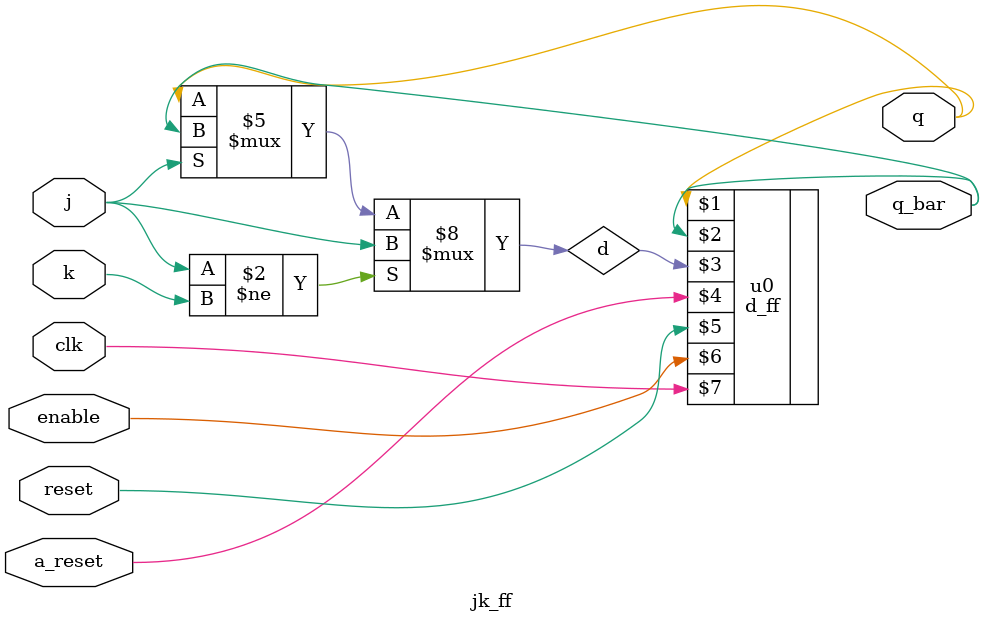
<source format=v>

module jk_ff(q, q_bar, j, k, a_reset, reset, enable, clk);
   output q;
   output q_bar;
   input  j;
   input  k;
   input  a_reset;
   input  reset;
   input  enable;
   input  clk;
   reg d;
   
   d_ff u0 (q, q_bar, d, a_reset, reset, enable, clk);
	always @(j, k, clk)
	begin
		if(j != k)
			d <= j;
		else
			if(j == 1'b1)
				d <= q_bar;
			else
				d <= q;		
	end
		
		
		
		
endmodule


</source>
